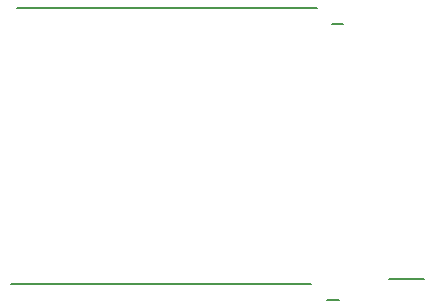
<source format=gbr>
%TF.GenerationSoftware,KiCad,Pcbnew,(6.0.9)*%
%TF.CreationDate,2023-05-30T21:41:48+01:00*%
%TF.ProjectId,UDSWB_MAINBOARD,55445357-425f-44d4-9149-4e424f415244,rev?*%
%TF.SameCoordinates,Original*%
%TF.FileFunction,OtherDrawing,Comment*%
%FSLAX46Y46*%
G04 Gerber Fmt 4.6, Leading zero omitted, Abs format (unit mm)*
G04 Created by KiCad (PCBNEW (6.0.9)) date 2023-05-30 21:41:48*
%MOMM*%
%LPD*%
G01*
G04 APERTURE LIST*
%ADD10C,0.150000*%
G04 APERTURE END LIST*
D10*
X130950000Y-102837500D02*
X105550000Y-102812500D01*
X133175000Y-104200000D02*
X132175000Y-104200000D01*
X130450000Y-126225000D02*
X105050000Y-126225000D01*
X132775000Y-127550000D02*
X131775000Y-127550000D01*
X140000000Y-125800000D02*
X137000000Y-125800000D01*
M02*

</source>
